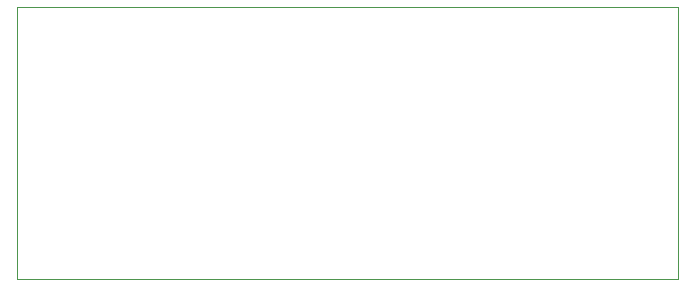
<source format=gbr>
%TF.GenerationSoftware,KiCad,Pcbnew,(5.1.6)-1*%
%TF.CreationDate,2025-02-09T10:47:56-05:00*%
%TF.ProjectId,test_mother_board,74657374-5f6d-46f7-9468-65725f626f61,rev?*%
%TF.SameCoordinates,PX623a7c0PY510ff40*%
%TF.FileFunction,Profile,NP*%
%FSLAX46Y46*%
G04 Gerber Fmt 4.6, Leading zero omitted, Abs format (unit mm)*
G04 Created by KiCad (PCBNEW (5.1.6)-1) date 2025-02-09 10:47:56*
%MOMM*%
%LPD*%
G01*
G04 APERTURE LIST*
%TA.AperFunction,Profile*%
%ADD10C,0.050000*%
%TD*%
G04 APERTURE END LIST*
D10*
X56000000Y23000000D02*
X0Y23000000D01*
X56000000Y0D02*
X56000000Y23000000D01*
X0Y0D02*
X56000000Y0D01*
X0Y23000000D02*
X0Y0D01*
M02*

</source>
